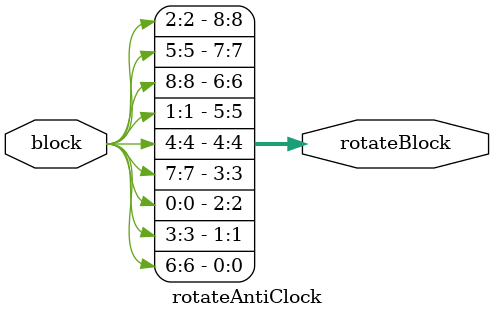
<source format=v>
module rotateAntiClock(block, rotateBlock);

	input [0:8] block;
	output wire [0:8] rotateBlock;
	
	genvar x, y;
	generate
		for (y = 0; y < 3; y = y + 1) begin: rotateMatrixY
			for (x = 0; x < 3; x = x + 1) begin: rotateMatrixX
				assign rotateBlock[(2 - x) * 3 + y] = block[y * 3 + x];
			end
		end
	endgenerate

endmodule

</source>
